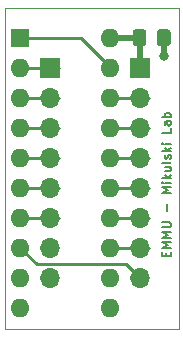
<source format=gbr>
G04 #@! TF.GenerationSoftware,KiCad,Pcbnew,(5.1.5)-3*
G04 #@! TF.CreationDate,2020-09-11T10:56:42+02:00*
G04 #@! TF.ProjectId,mmu_16v8,6d6d755f-3136-4763-982e-6b696361645f,rev?*
G04 #@! TF.SameCoordinates,Original*
G04 #@! TF.FileFunction,Copper,L1,Top*
G04 #@! TF.FilePolarity,Positive*
%FSLAX46Y46*%
G04 Gerber Fmt 4.6, Leading zero omitted, Abs format (unit mm)*
G04 Created by KiCad (PCBNEW (5.1.5)-3) date 2020-09-11 10:56:42*
%MOMM*%
%LPD*%
G04 APERTURE LIST*
%ADD10C,0.127000*%
%ADD11C,0.050000*%
%ADD12O,1.700000X1.700000*%
%ADD13R,1.700000X1.700000*%
%ADD14O,1.600000X1.600000*%
%ADD15R,1.600000X1.600000*%
%ADD16C,0.100000*%
%ADD17C,0.800000*%
%ADD18C,0.250000*%
%ADD19C,0.508000*%
G04 APERTURE END LIST*
D10*
X153869571Y-62937571D02*
X153869571Y-62683571D01*
X154268714Y-62574714D02*
X154268714Y-62937571D01*
X153506714Y-62937571D01*
X153506714Y-62574714D01*
X154268714Y-62248142D02*
X153506714Y-62248142D01*
X154051000Y-61994142D01*
X153506714Y-61740142D01*
X154268714Y-61740142D01*
X154268714Y-61377285D02*
X153506714Y-61377285D01*
X154051000Y-61123285D01*
X153506714Y-60869285D01*
X154268714Y-60869285D01*
X153506714Y-60506428D02*
X154123571Y-60506428D01*
X154196142Y-60470142D01*
X154232428Y-60433857D01*
X154268714Y-60361285D01*
X154268714Y-60216142D01*
X154232428Y-60143571D01*
X154196142Y-60107285D01*
X154123571Y-60071000D01*
X153506714Y-60071000D01*
X153978428Y-59127571D02*
X153978428Y-58547000D01*
X154268714Y-57603571D02*
X153506714Y-57603571D01*
X154051000Y-57349571D01*
X153506714Y-57095571D01*
X154268714Y-57095571D01*
X154268714Y-56732714D02*
X153760714Y-56732714D01*
X153506714Y-56732714D02*
X153543000Y-56769000D01*
X153579285Y-56732714D01*
X153543000Y-56696428D01*
X153506714Y-56732714D01*
X153579285Y-56732714D01*
X154268714Y-56369857D02*
X153506714Y-56369857D01*
X153978428Y-56297285D02*
X154268714Y-56079571D01*
X153760714Y-56079571D02*
X154051000Y-56369857D01*
X153760714Y-55426428D02*
X154268714Y-55426428D01*
X153760714Y-55753000D02*
X154159857Y-55753000D01*
X154232428Y-55716714D01*
X154268714Y-55644142D01*
X154268714Y-55535285D01*
X154232428Y-55462714D01*
X154196142Y-55426428D01*
X154268714Y-54954714D02*
X154232428Y-55027285D01*
X154159857Y-55063571D01*
X153506714Y-55063571D01*
X154232428Y-54700714D02*
X154268714Y-54628142D01*
X154268714Y-54483000D01*
X154232428Y-54410428D01*
X154159857Y-54374142D01*
X154123571Y-54374142D01*
X154051000Y-54410428D01*
X154014714Y-54483000D01*
X154014714Y-54591857D01*
X153978428Y-54664428D01*
X153905857Y-54700714D01*
X153869571Y-54700714D01*
X153797000Y-54664428D01*
X153760714Y-54591857D01*
X153760714Y-54483000D01*
X153797000Y-54410428D01*
X154268714Y-54047571D02*
X153506714Y-54047571D01*
X153978428Y-53975000D02*
X154268714Y-53757285D01*
X153760714Y-53757285D02*
X154051000Y-54047571D01*
X154268714Y-53430714D02*
X153760714Y-53430714D01*
X153506714Y-53430714D02*
X153543000Y-53467000D01*
X153579285Y-53430714D01*
X153543000Y-53394428D01*
X153506714Y-53430714D01*
X153579285Y-53430714D01*
X154268714Y-52124428D02*
X154268714Y-52487285D01*
X153506714Y-52487285D01*
X154268714Y-51543857D02*
X153869571Y-51543857D01*
X153797000Y-51580142D01*
X153760714Y-51652714D01*
X153760714Y-51797857D01*
X153797000Y-51870428D01*
X154232428Y-51543857D02*
X154268714Y-51616428D01*
X154268714Y-51797857D01*
X154232428Y-51870428D01*
X154159857Y-51906714D01*
X154087285Y-51906714D01*
X154014714Y-51870428D01*
X153978428Y-51797857D01*
X153978428Y-51616428D01*
X153942142Y-51543857D01*
X154268714Y-51181000D02*
X153506714Y-51181000D01*
X153797000Y-51181000D02*
X153760714Y-51108428D01*
X153760714Y-50963285D01*
X153797000Y-50890714D01*
X153833285Y-50854428D01*
X153905857Y-50818142D01*
X154123571Y-50818142D01*
X154196142Y-50854428D01*
X154232428Y-50890714D01*
X154268714Y-50963285D01*
X154268714Y-51108428D01*
X154232428Y-51181000D01*
D11*
X140208000Y-69088000D02*
X140208000Y-41910000D01*
X154940000Y-69088000D02*
X140208000Y-69088000D01*
X154940000Y-41910000D02*
X154940000Y-69088000D01*
X140208000Y-41910000D02*
X154940000Y-41910000D01*
D12*
X151638000Y-64770000D03*
X151638000Y-62230000D03*
X151638000Y-59690000D03*
X151638000Y-57150000D03*
X151638000Y-54610000D03*
X151638000Y-52070000D03*
X151638000Y-49530000D03*
D13*
X151638000Y-46990000D03*
D12*
X144018000Y-64770000D03*
X144018000Y-62230000D03*
X144018000Y-59690000D03*
X144018000Y-57150000D03*
X144018000Y-54610000D03*
X144018000Y-52070000D03*
X144018000Y-49530000D03*
D13*
X144018000Y-46990000D03*
D14*
X149161500Y-44450000D03*
X141541500Y-67310000D03*
X149161500Y-46990000D03*
X141541500Y-64770000D03*
X149161500Y-49530000D03*
X141541500Y-62230000D03*
X149161500Y-52070000D03*
X141541500Y-59690000D03*
X149161500Y-54610000D03*
X141541500Y-57150000D03*
X149161500Y-57150000D03*
X141541500Y-54610000D03*
X149161500Y-59690000D03*
X141541500Y-52070000D03*
X149161500Y-62230000D03*
X141541500Y-49530000D03*
X149161500Y-64770000D03*
X141541500Y-46990000D03*
X149161500Y-67310000D03*
D15*
X141541500Y-44450000D03*
G04 #@! TA.AperFunction,SMDPad,CuDef*
D16*
G36*
X154028505Y-43751204D02*
G01*
X154052773Y-43754804D01*
X154076572Y-43760765D01*
X154099671Y-43769030D01*
X154121850Y-43779520D01*
X154142893Y-43792132D01*
X154162599Y-43806747D01*
X154180777Y-43823223D01*
X154197253Y-43841401D01*
X154211868Y-43861107D01*
X154224480Y-43882150D01*
X154234970Y-43904329D01*
X154243235Y-43927428D01*
X154249196Y-43951227D01*
X154252796Y-43975495D01*
X154254000Y-43999999D01*
X154254000Y-44900001D01*
X154252796Y-44924505D01*
X154249196Y-44948773D01*
X154243235Y-44972572D01*
X154234970Y-44995671D01*
X154224480Y-45017850D01*
X154211868Y-45038893D01*
X154197253Y-45058599D01*
X154180777Y-45076777D01*
X154162599Y-45093253D01*
X154142893Y-45107868D01*
X154121850Y-45120480D01*
X154099671Y-45130970D01*
X154076572Y-45139235D01*
X154052773Y-45145196D01*
X154028505Y-45148796D01*
X154004001Y-45150000D01*
X153353999Y-45150000D01*
X153329495Y-45148796D01*
X153305227Y-45145196D01*
X153281428Y-45139235D01*
X153258329Y-45130970D01*
X153236150Y-45120480D01*
X153215107Y-45107868D01*
X153195401Y-45093253D01*
X153177223Y-45076777D01*
X153160747Y-45058599D01*
X153146132Y-45038893D01*
X153133520Y-45017850D01*
X153123030Y-44995671D01*
X153114765Y-44972572D01*
X153108804Y-44948773D01*
X153105204Y-44924505D01*
X153104000Y-44900001D01*
X153104000Y-43999999D01*
X153105204Y-43975495D01*
X153108804Y-43951227D01*
X153114765Y-43927428D01*
X153123030Y-43904329D01*
X153133520Y-43882150D01*
X153146132Y-43861107D01*
X153160747Y-43841401D01*
X153177223Y-43823223D01*
X153195401Y-43806747D01*
X153215107Y-43792132D01*
X153236150Y-43779520D01*
X153258329Y-43769030D01*
X153281428Y-43760765D01*
X153305227Y-43754804D01*
X153329495Y-43751204D01*
X153353999Y-43750000D01*
X154004001Y-43750000D01*
X154028505Y-43751204D01*
G37*
G04 #@! TD.AperFunction*
G04 #@! TA.AperFunction,SMDPad,CuDef*
G36*
X151978505Y-43751204D02*
G01*
X152002773Y-43754804D01*
X152026572Y-43760765D01*
X152049671Y-43769030D01*
X152071850Y-43779520D01*
X152092893Y-43792132D01*
X152112599Y-43806747D01*
X152130777Y-43823223D01*
X152147253Y-43841401D01*
X152161868Y-43861107D01*
X152174480Y-43882150D01*
X152184970Y-43904329D01*
X152193235Y-43927428D01*
X152199196Y-43951227D01*
X152202796Y-43975495D01*
X152204000Y-43999999D01*
X152204000Y-44900001D01*
X152202796Y-44924505D01*
X152199196Y-44948773D01*
X152193235Y-44972572D01*
X152184970Y-44995671D01*
X152174480Y-45017850D01*
X152161868Y-45038893D01*
X152147253Y-45058599D01*
X152130777Y-45076777D01*
X152112599Y-45093253D01*
X152092893Y-45107868D01*
X152071850Y-45120480D01*
X152049671Y-45130970D01*
X152026572Y-45139235D01*
X152002773Y-45145196D01*
X151978505Y-45148796D01*
X151954001Y-45150000D01*
X151303999Y-45150000D01*
X151279495Y-45148796D01*
X151255227Y-45145196D01*
X151231428Y-45139235D01*
X151208329Y-45130970D01*
X151186150Y-45120480D01*
X151165107Y-45107868D01*
X151145401Y-45093253D01*
X151127223Y-45076777D01*
X151110747Y-45058599D01*
X151096132Y-45038893D01*
X151083520Y-45017850D01*
X151073030Y-44995671D01*
X151064765Y-44972572D01*
X151058804Y-44948773D01*
X151055204Y-44924505D01*
X151054000Y-44900001D01*
X151054000Y-43999999D01*
X151055204Y-43975495D01*
X151058804Y-43951227D01*
X151064765Y-43927428D01*
X151073030Y-43904329D01*
X151083520Y-43882150D01*
X151096132Y-43861107D01*
X151110747Y-43841401D01*
X151127223Y-43823223D01*
X151145401Y-43806747D01*
X151165107Y-43792132D01*
X151186150Y-43779520D01*
X151208329Y-43769030D01*
X151231428Y-43760765D01*
X151255227Y-43754804D01*
X151279495Y-43751204D01*
X151303999Y-43750000D01*
X151954001Y-43750000D01*
X151978505Y-43751204D01*
G37*
G04 #@! TD.AperFunction*
D17*
X153670000Y-45974000D03*
D18*
X141605000Y-59690000D02*
X144780000Y-59690000D01*
X141605000Y-57150000D02*
X144780000Y-57150000D01*
X141605000Y-54610000D02*
X144780000Y-54610000D01*
X141605000Y-52070000D02*
X144780000Y-52070000D01*
X142736370Y-49530000D02*
X144780000Y-49530000D01*
X141605000Y-49530000D02*
X142736370Y-49530000D01*
X141605000Y-46990000D02*
X144780000Y-46990000D01*
X149225000Y-62230000D02*
X152400000Y-62230000D01*
X149225000Y-59690000D02*
X152400000Y-59690000D01*
X149225000Y-57150000D02*
X152400000Y-57150000D01*
X149225000Y-54610000D02*
X152400000Y-54610000D01*
X152400000Y-49530000D02*
X149225000Y-49530000D01*
X146685000Y-44450000D02*
X149225000Y-46990000D01*
X141605000Y-44450000D02*
X146685000Y-44450000D01*
D19*
X153679000Y-45965000D02*
X153679000Y-44450000D01*
X149225000Y-44450000D02*
X151629000Y-44450000D01*
X151629000Y-46981000D02*
X151638000Y-46990000D01*
X151629000Y-44450000D02*
X151629000Y-46981000D01*
D18*
X150788001Y-63920001D02*
X151638000Y-64770000D01*
X150462999Y-63594999D02*
X150788001Y-63920001D01*
X142906499Y-63594999D02*
X150462999Y-63594999D01*
X141541500Y-62230000D02*
X142906499Y-63594999D01*
X151197919Y-52070000D02*
X149225000Y-52070000D01*
X152400000Y-52070000D02*
X151197919Y-52070000D01*
M02*

</source>
